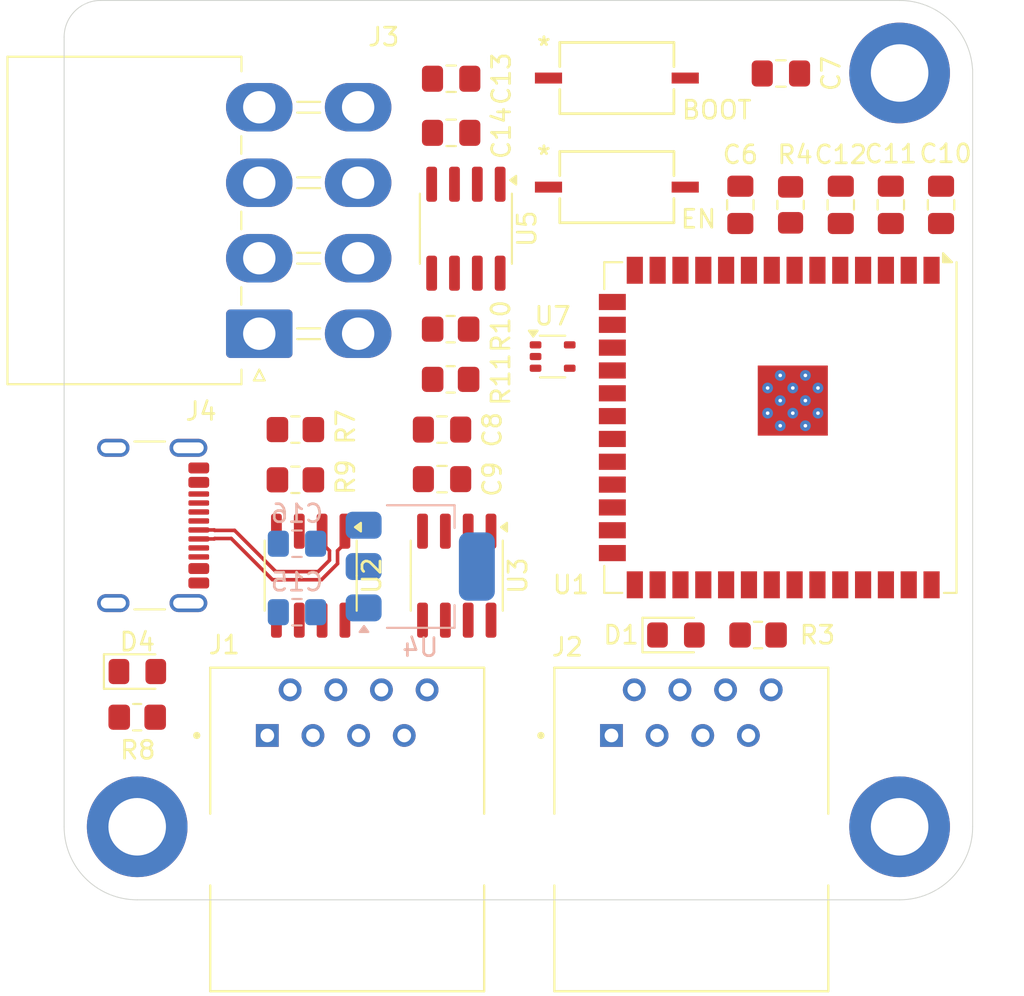
<source format=kicad_pcb>
(kicad_pcb (version 20240108) (generator "pcbnew") (generator_version "8.0")
  (layers (0 "F.Cu" signal) (1 "In1.Cu" signal) (2 "In2.Cu" signal) (31 "B.Cu" signal) (34 "B.Paste" user) (35 "F.Paste" user) (36 "B.SilkS" user "B.Silkscreen") (37 "F.SilkS" user "F.Silkscreen") (38 "B.Mask" user) (39 "F.Mask" user) (44 "Edge.Cuts" user))
  (net 0 "")
  (net 1 "GND")
  (net 2 "+3.3V")
  (net 3 "EN_PB")
  (net 4 "GPIO_0")
  (net 5 "Net-(D1-A)")
  (net 7 "CANL")
  (net 9 "PWM_EN")
  (net 10 "CANH")
  (net 12 "+5V_USB")
  (net 13 "LED_BUILDIN")
  (net 16 "USB_N")
  (net 23 "RXB")
  (net 29 "TXB")
  (net 40 "TXC")
  (net 42 "USB_P")
  (net 43 "RXC")
  (net 48 "CANH_B")
  (net 50 "CANL_B")
  (net 51 "5V_USB")
  (net 52 "Net-(J1-Pad4)")
  (net 53 "Net-(J1-Pad3)")
  (net 56 "Net-(D4-A)")
  (net 57 "Net-(J4-CC2)")
  (net 58 "Net-(J4-CC1)")
  (net 59 "PWM_5V")
  (net 60 "Net-(U7-Vcci)")
  (net 61 "Net-(U7-INPUT)")
  (net 62 "PWM_3V")
  (footprint "RoverFootprint:Molex_Mini-Fit_Jr_5569-08A2_2x04_P4.20mm_Horizontal" (layer "F.Cu") (at 50.226 77.216 90)
    (property "Reference" "J3" (at 16.51 6.924 180) (layer "F.SilkS"))
    (property "Value" "39301080")
    (fp_line (start 15.41 -14.01) (end 6.3 -14.01) (stroke (width 0.12)) (layer "F.SilkS"))
    (fp_line (start -2.81 -14.01) (end 6.3 -14.01) (stroke (width 0.12)) (layer "F.SilkS"))
    (fp_line (start 10.01 -1) (end 10.99 -1) (stroke (width 0.12)) (layer "F.SilkS"))
    (fp_line (start 5.81 -1) (end 6.79 -1) (stroke (width 0.12)) (layer "F.SilkS"))
    (fp_line (start 1.61 -1) (end 2.59 -1) (stroke (width 0.12)) (layer "F.SilkS"))
    (fp_line (start 15.41 -0.99) (end 15.41 -14.01) (stroke (width 0.12)) (layer "F.SilkS"))
    (fp_line (start 14.6 -0.99) (end 15.41 -0.99) (stroke (width 0.12)) (layer "F.SilkS"))
    (fp_line (start -2 -0.99) (end -2.81 -0.99) (stroke (width 0.12)) (layer "F.SilkS"))
    (fp_line (start -2.81 -0.99) (end -2.81 -14.01) (stroke (width 0.12)) (layer "F.SilkS"))
    (fp_line (start -2.6 -0.3) (end -2 0) (stroke (width 0.12)) (layer "F.SilkS"))
    (fp_line (start -2 0) (end -2.6 0.3) (stroke (width 0.12)) (layer "F.SilkS"))
    (fp_line (start -2.6 0.3) (end -2.6 -0.3) (stroke (width 0.12)) (layer "F.SilkS"))
    (fp_line (start 12.9 2.11) (end 12.9 3.39) (stroke (width 0.12)) (layer "F.SilkS"))
    (fp_line (start 12.3 2.11) (end 12.3 3.39) (stroke (width 0.12)) (layer "F.SilkS"))
    (fp_line (start 8.7 2.11) (end 8.7 3.39) (stroke (width 0.12)) (layer "F.SilkS"))
    (fp_line (start 8.1 2.11) (end 8.1 3.39) (stroke (width 0.12)) (layer "F.SilkS"))
    (fp_line (start 4.5 2.11) (end 4.5 3.39) (stroke (width 0.12)) (layer "F.SilkS"))
    (fp_line (start 3.9 2.11) (end 3.9 3.39) (stroke (width 0.12)) (layer "F.SilkS"))
    (fp_line (start 0.3 2.11) (end 0.3 3.39) (stroke (width 0.12)) (layer "F.SilkS"))
    (fp_line (start -0.3 2.11) (end -0.3 3.39) (stroke (width 0.12)) (layer "F.SilkS"))
    (pad "" np_thru_hole circle (at 0 -7.3 90) (size 3 3) (drill 3) (layers "*.Cu" "*.Mask"))
    (pad "" np_thru_hole circle (at 12.6 -7.3 90) (size 3 3) (drill 3) (layers "*.Cu" "*.Mask"))
    (pad "1" thru_hole roundrect (at 0 0 90) (size 2.7 3.7) (drill 1.8) (layers "*.Cu" "*.Mask") (roundrect_rratio 0.092593) (net 48 "CANH_B"))
    (pad "2" thru_hole oval (at 4.2 0 90) (size 2.7 3.7) (drill 1.8) (layers "*.Cu" "*.Mask") (net 50 "CANL_B"))
    (pad "3" thru_hole oval (at 8.4 0 90) (size 2.7 3.7) (drill 1.8) (layers "*.Cu" "*.Mask"))
    (pad "4" thru_hole oval (at 12.6 0 90) (size 2.7 3.7) (drill 1.8) (layers "*.Cu" "*.Mask"))
    (pad "5" thru_hole oval (at 0 5.5 90) (size 2.7 3.7) (drill 1.8) (layers "*.Cu" "*.Mask"))
    (pad "6" thru_hole oval (at 4.2 5.5 90) (size 2.7 3.7) (drill 1.8) (layers "*.Cu" "*.Mask") (net 59 "PWM_5V"))
    (pad "7" thru_hole oval (at 8.4 5.5 90) (size 2.7 3.7) (drill 1.8) (layers "*.Cu" "*.Mask") (net 1 "GND"))
    (pad "8" thru_hole oval (at 12.6 5.5 90) (size 2.7 3.7) (drill 1.8) (layers "*.Cu" "*.Mask") (net 9 "PWM_EN"))
  )
  (footprint "Capacitor_SMD:C_0805_2012Metric_Pad1.18x1.45mm_HandSolder" (layer "F.Cu") (at 60.902 66.04)
    (property "Reference" "C14" (at 2.794 0 90) (layer "F.SilkS"))
    (property "Value" "100nF")
    (fp_line (start -0.261252 -0.735) (end 0.261252 -0.735) (stroke (width 0.12)) (layer "F.SilkS"))
    (fp_line (start -0.261252 0.735) (end 0.261252 0.735) (stroke (width 0.12)) (layer "F.SilkS"))
    (pad "1" smd roundrect (at -1.0375 0) (size 1.175 1.45) (layers "F.Cu" "F.Paste" "F.Mask") (roundrect_rratio 0.212766) (net 2 "+3.3V"))
    (pad "2" smd roundrect (at 1.0375 0) (size 1.175 1.45) (layers "F.Cu" "F.Paste" "F.Mask") (roundrect_rratio 0.212766) (net 1 "GND"))
  )
  (footprint "RoverFootprint:SW_TS09-63-25_CUD" (layer "F.Cu") (at 70.121 62.992)
    (property "Reference" "BOOT" (at 5.558 1.778 0) (layer "F.SilkS"))
    (property "Value" "TS09-63-25-WT-160-SMT-TR")
    (fp_line (start -3.175 -1.9812) (end -3.175 -0.63754) (stroke (width 0.1524)) (layer "F.SilkS"))
    (fp_line (start -3.175 0.63754) (end -3.175 1.9812) (stroke (width 0.1524)) (layer "F.SilkS"))
    (fp_line (start -3.175 1.9812) (end 3.175 1.9812) (stroke (width 0.1524)) (layer "F.SilkS"))
    (fp_line (start 3.175 -1.9812) (end -3.175 -1.9812) (stroke (width 0.1524)) (layer "F.SilkS"))
    (fp_line (start 3.175 -0.63754) (end 3.175 -1.9812) (stroke (width 0.1524)) (layer "F.SilkS"))
    (fp_line (start 3.175 1.9812) (end 3.175 0.63754) (stroke (width 0.1524)) (layer "F.SilkS"))
    (fp_text user "*" (at -4.05765 -1.7526 0) (layer "F.SilkS"))
    (fp_text user "*" (at -4.05765 -1.7526 0) (layer "F.SilkS"))
    (pad "1" smd rect (at -3.80365 0) (size 1.5113 0.6096) (layers "F.Cu" "F.Paste" "F.Mask") (net 1 "GND"))
    (pad "2" smd rect (at 3.80365 0) (size 1.5113 0.6096) (layers "F.Cu" "F.Paste" "F.Mask") (net 4 "GPIO_0"))
  )
  (footprint "Capacitor_SMD:C_0805_2012Metric_Pad1.18x1.45mm_HandSolder" (layer "F.Cu") (at 60.394 85.306)
    (property "Reference" "C9" (at 2.794 0 90) (layer "F.SilkS"))
    (property "Value" "100nF")
    (fp_line (start -0.261252 -0.735) (end 0.261252 -0.735) (stroke (width 0.12)) (layer "F.SilkS"))
    (fp_line (start -0.261252 0.735) (end 0.261252 0.735) (stroke (width 0.12)) (layer "F.SilkS"))
    (pad "1" smd roundrect (at -1.0375 0) (size 1.175 1.45) (layers "F.Cu" "F.Paste" "F.Mask") (roundrect_rratio 0.212766) (net 2 "+3.3V"))
    (pad "2" smd roundrect (at 1.0375 0) (size 1.175 1.45) (layers "F.Cu" "F.Paste" "F.Mask") (roundrect_rratio 0.212766) (net 1 "GND"))
  )
  (footprint "Resistor_SMD:R_0805_2012Metric_Pad1.20x1.40mm_HandSolder" (layer "F.Cu") (at 79.786 70.046 90)
    (property "Reference" "R4" (at 2.794 0.254 360) (layer "F.SilkS"))
    (property "Value" "10k")
    (fp_line (start -0.227064 -0.735) (end 0.227064 -0.735) (stroke (width 0.12)) (layer "F.SilkS"))
    (fp_line (start -0.227064 0.735) (end 0.227064 0.735) (stroke (width 0.12)) (layer "F.SilkS"))
    (pad "1" smd roundrect (at -1 0 90) (size 1.2 1.4) (layers "F.Cu" "F.Paste" "F.Mask") (roundrect_rratio 0.208333) (net 2 "+3.3V"))
    (pad "2" smd roundrect (at 1 0 90) (size 1.2 1.4) (layers "F.Cu" "F.Paste" "F.Mask") (roundrect_rratio 0.208333) (net 3 "EN_PB"))
  )
  (footprint "Resistor_SMD:R_0805_2012Metric_Pad1.20x1.40mm_HandSolder" (layer "F.Cu") (at 52.236 82.55)
    (property "Reference" "R7" (at 2.794 -0.156 90) (layer "F.SilkS"))
    (property "Value" "5k1")
    (fp_line (start -0.227064 -0.735) (end 0.227064 -0.735) (stroke (width 0.12)) (layer "F.SilkS"))
    (fp_line (start -0.227064 0.735) (end 0.227064 0.735) (stroke (width 0.12)) (layer "F.SilkS"))
    (pad "1" smd roundrect (at -1 0) (size 1.2 1.4) (layers "F.Cu" "F.Paste" "F.Mask") (roundrect_rratio 0.208333) (net 58 "Net-(J4-CC1)"))
    (pad "2" smd roundrect (at 1 0) (size 1.2 1.4) (layers "F.Cu" "F.Paste" "F.Mask") (roundrect_rratio 0.208333) (net 1 "GND"))
  )
  (footprint "RoverFootprint:SW_TS09-63-25_CUD" (layer "F.Cu") (at 70.121 69.06)
    (property "Reference" "EN" (at 4.542 1.778 0) (layer "F.SilkS"))
    (property "Value" "TS09-63-25-WT-160-SMT-TR")
    (fp_line (start -3.175 -1.9812) (end -3.175 -0.63754) (stroke (width 0.1524)) (layer "F.SilkS"))
    (fp_line (start -3.175 0.63754) (end -3.175 1.9812) (stroke (width 0.1524)) (layer "F.SilkS"))
    (fp_line (start -3.175 1.9812) (end 3.175 1.9812) (stroke (width 0.1524)) (layer "F.SilkS"))
    (fp_line (start 3.175 -1.9812) (end -3.175 -1.9812) (stroke (width 0.1524)) (layer "F.SilkS"))
    (fp_line (start 3.175 -0.63754) (end 3.175 -1.9812) (stroke (width 0.1524)) (layer "F.SilkS"))
    (fp_line (start 3.175 1.9812) (end 3.175 0.63754) (stroke (width 0.1524)) (layer "F.SilkS"))
    (fp_text user "*" (at -4.05765 -1.7526 0) (layer "F.SilkS"))
    (fp_text user "*" (at -4.05765 -1.7526 0) (layer "F.SilkS"))
    (pad "1" smd rect (at -3.80365 0) (size 1.5113 0.6096) (layers "F.Cu" "F.Paste" "F.Mask") (net 1 "GND"))
    (pad "2" smd rect (at 3.80365 0) (size 1.5113 0.6096) (layers "F.Cu" "F.Paste" "F.Mask") (net 3 "EN_PB"))
  )
  (footprint "Capacitor_SMD:C_0805_2012Metric_Pad1.18x1.45mm_HandSolder" (layer "F.Cu") (at 79.248 62.738)
    (property "Reference" "C7" (at 2.794 0 -90) (layer "F.SilkS"))
    (property "Value" "100nF")
    (fp_line (start -0.261252 -0.735) (end 0.261252 -0.735) (stroke (width 0.12)) (layer "F.SilkS"))
    (fp_line (start -0.261252 0.735) (end 0.261252 0.735) (stroke (width 0.12)) (layer "F.SilkS"))
    (pad "1" smd roundrect (at -1.0375 0) (size 1.175 1.45) (layers "F.Cu" "F.Paste" "F.Mask") (roundrect_rratio 0.212766) (net 1 "GND"))
    (pad "2" smd roundrect (at 1.0375 0) (size 1.175 1.45) (layers "F.Cu" "F.Paste" "F.Mask") (roundrect_rratio 0.212766) (net 4 "GPIO_0"))
  )
  (footprint "RF_Module:ESP32-S3-WROOM-1U" (layer "F.Cu") (at 79.22 82.436 -90)
    (property "Reference" "U1" (at 8.75 11.656 0) (layer "F.SilkS"))
    (property "Value" "ESP32-S3-WROOM-1")
    (fp_line (start -9.2 9.8) (end -7.7 9.8) (stroke (width 0.12)) (layer "F.SilkS"))
    (fp_line (start 9.2 9.8) (end 7.7 9.8) (stroke (width 0.12)) (layer "F.SilkS"))
    (fp_line (start 9.2 9.8) (end 9.2 8.8) (stroke (width 0.12)) (layer "F.SilkS"))
    (fp_line (start -9.2 8.8) (end -9.2 9.8) (stroke (width 0.12)) (layer "F.SilkS"))
    (fp_line (start -9.2 -9.8) (end 9.2 -9.8) (stroke (width 0.12)) (layer "F.SilkS"))
    (fp_line (start 9.2 -9.8) (end 9.2 -9.1) (stroke (width 0.12)) (layer "F.SilkS"))
    (fp_poly (pts (xy -9.2 -9.05) (xy -9.7 -9.05) (xy -9.2 -9.55) (xy -9.2 -9.05)) (stroke (width 0.12)) (fill solid) (layer "F.SilkS"))
    (pad "1" smd rect (at -8.75 -8.41 270) (size 1.5 0.9) (layers "F.Cu" "F.Paste" "F.Mask") (net 1 "GND"))
    (pad "2" smd rect (at -8.75 -7.14 270) (size 1.5 0.9) (layers "F.Cu" "F.Paste" "F.Mask") (net 2 "+3.3V"))
    (pad "3" smd rect (at -8.75 -5.87 270) (size 1.5 0.9) (layers "F.Cu" "F.Paste" "F.Mask") (net 3 "EN_PB"))
    (pad "4" smd rect (at -8.75 -4.6 270) (size 1.5 0.9) (layers "F.Cu" "F.Paste" "F.Mask"))
    (pad "5" smd rect (at -8.75 -3.33 270) (size 1.5 0.9) (layers "F.Cu" "F.Paste" "F.Mask") (net 13 "LED_BUILDIN"))
    (pad "6" smd rect (at -8.75 -2.06 270) (size 1.5 0.9) (layers "F.Cu" "F.Paste" "F.Mask"))
    (pad "7" smd rect (at -8.75 -0.79 270) (size 1.5 0.9) (layers "F.Cu" "F.Paste" "F.Mask"))
    (pad "8" smd rect (at -8.75 0.48 270) (size 1.5 0.9) (layers "F.Cu" "F.Paste" "F.Mask"))
    (pad "9" smd rect (at -8.75 1.75 270) (size 1.5 0.9) (layers "F.Cu" "F.Paste" "F.Mask"))
    (pad "10" smd rect (at -8.75 3.02 270) (size 1.5 0.9) (layers "F.Cu" "F.Paste" "F.Mask"))
    (pad "11" smd rect (at -8.75 4.29 270) (size 1.5 0.9) (layers "F.Cu" "F.Paste" "F.Mask"))
    (pad "12" smd rect (at -8.75 5.56 270) (size 1.5 0.9) (layers "F.Cu" "F.Paste" "F.Mask"))
    (pad "13" smd rect (at -8.75 6.83 270) (size 1.5 0.9) (layers "F.Cu" "F.Paste" "F.Mask") (net 16 "USB_N"))
    (pad "14" smd rect (at -8.75 8.1 90) (size 1.5 0.9) (layers "F.Cu" "F.Paste" "F.Mask") (net 42 "USB_P"))
    (pad "15" smd rect (at -6.985 9.35 180) (size 1.5 0.9) (layers "F.Cu" "F.Paste" "F.Mask"))
    (pad "16" smd rect (at -5.715 9.35 180) (size 1.5 0.9) (layers "F.Cu" "F.Paste" "F.Mask"))
    (pad "17" smd rect (at -4.445 9.35 180) (size 1.5 0.9) (layers "F.Cu" "F.Paste" "F.Mask"))
    (pad "18" smd rect (at -3.175 9.35 180) (size 1.5 0.9) (layers "F.Cu" "F.Paste" "F.Mask"))
    (pad "19" smd rect (at -1.905 9.35 180) (size 1.5 0.9) (layers "F.Cu" "F.Paste" "F.Mask"))
    (pad "20" smd rect (at -0.635 9.35 180) (size 1.5 0.9) (layers "F.Cu" "F.Paste" "F.Mask"))
    (pad "21" smd rect (at 0.635 9.35 180) (size 1.5 0.9) (layers "F.Cu" "F.Paste" "F.Mask"))
    (pad "22" smd rect (at 1.905 9.35 180) (size 1.5 0.9) (layers "F.Cu" "F.Paste" "F.Mask"))
    (pad "23" smd rect (at 3.175 9.35 180) (size 1.5 0.9) (layers "F.Cu" "F.Paste" "F.Mask"))
    (pad "24" smd rect (at 4.445 9.35 180) (size 1.5 0.9) (layers "F.Cu" "F.Paste" "F.Mask") (net 43 "RXC"))
    (pad "25" smd rect (at 5.715 9.35 180) (size 1.5 0.9) (layers "F.Cu" "F.Paste" "F.Mask") (net 40 "TXC"))
    (pad "26" smd rect (at 6.985 9.35 180) (size 1.5 0.9) (layers "F.Cu" "F.Paste" "F.Mask"))
    (pad "27" smd rect (at 8.75 8.1 270) (size 1.5 0.9) (layers "F.Cu" "F.Paste" "F.Mask") (net 4 "GPIO_0"))
    (pad "28" smd rect (at 8.75 6.83 270) (size 1.5 0.9) (layers "F.Cu" "F.Paste" "F.Mask"))
    (pad "29" smd rect (at 8.75 5.56 270) (size 1.5 0.9) (layers "F.Cu" "F.Paste" "F.Mask"))
    (pad "30" smd rect (at 8.75 4.29 270) (size 1.5 0.9) (layers "F.Cu" "F.Paste" "F.Mask"))
    (pad "31" smd rect (at 8.75 3.02 270) (size 1.5 0.9) (layers "F.Cu" "F.Paste" "F.Mask"))
    (pad "32" smd rect (at 8.75 1.75 270) (size 1.5 0.9) (layers "F.Cu" "F.Paste" "F.Mask"))
    (pad "33" smd rect (at 8.75 0.48 270) (size 1.5 0.9) (layers "F.Cu" "F.Paste" "F.Mask") (net 62 "PWM_3V"))
    (pad "34" smd rect (at 8.75 -0.79 270) (size 1.5 0.9) (layers "F.Cu" "F.Paste" "F.Mask") (net 9 "PWM_EN"))
    (pad "35" smd rect (at 8.75 -2.06 270) (size 1.5 0.9) (layers "F.Cu" "F.Paste" "F.Mask"))
    (pad "36" smd rect (at 8.75 -3.33 270) (size 1.5 0.9) (layers "F.Cu" "F.Paste" "F.Mask") (net 23 "RXB"))
    (pad "37" smd rect (at 8.75 -4.6 270) (size 1.5 0.9) (layers "F.Cu" "F.Paste" "F.Mask") (net 29 "TXB"))
    (pad "38" smd rect (at 8.75 -5.87 270) (size 1.5 0.9) (layers "F.Cu" "F.Paste" "F.Mask"))
    (pad "39" smd rect (at 8.75 -7.14 270) (size 1.5 0.9) (layers "F.Cu" "F.Paste" "F.Mask"))
    (pad "40" smd rect (at 8.75 -8.41 270) (size 1.5 0.9) (layers "F.Cu" "F.Paste" "F.Mask") (net 1 "GND"))
    (pad "41" thru_hole circle (at -2.9 -1.39 270) (size 0.6 0.6) (drill 0.2) (property pad_prop_heatsink) (layers "*.Cu" "F.Mask") (net 1 "GND"))
    (pad "41" thru_hole circle (at -2.9 0.01 270) (size 0.6 0.6) (drill 0.2) (property pad_prop_heatsink) (layers "*.Cu" "F.Mask") (net 1 "GND"))
    (pad "41" thru_hole circle (at -2.2 -2.09 270) (size 0.6 0.6) (drill 0.2) (property pad_prop_heatsink) (layers "*.Cu" "F.Mask") (net 1 "GND"))
    (pad "41" thru_hole circle (at -2.2 -0.69 270) (size 0.6 0.6) (drill 0.2) (property pad_prop_heatsink) (layers "*.Cu" "F.Mask") (net 1 "GND"))
    (pad "41" thru_hole circle (at -2.2 0.71 270) (size 0.6 0.6) (drill 0.2) (property pad_prop_heatsink) (layers "*.Cu" "F.Mask") (net 1 "GND"))
    (pad "41" thru_hole circle (at -1.5 -1.39 270) (size 0.6 0.6) (drill 0.2) (property pad_prop_heatsink) (layers "*.Cu" "F.Mask") (net 1 "GND"))
    (pad "41" smd rect (at -1.5 -0.69 270) (size 3.9 3.9) (layers "F.Cu" "F.Mask") (net 1 "GND"))
    (pad "41" thru_hole circle (at -1.5 0.01 270) (size 0.6 0.6) (drill 0.2) (property pad_prop_heatsink) (layers "*.Cu" "F.Mask") (net 1 "GND"))
    (pad "41" thru_hole circle (at -0.8 -2.09 270) (size 0.6 0.6) (drill 0.2) (property pad_prop_heatsink) (layers "*.Cu" "F.Mask") (net 1 "GND"))
    (pad "41" thru_hole circle (at -0.8 -0.69) (size 0.6 0.6) (drill 0.2) (property pad_prop_heatsink) (layers "*.Cu" "F.Mask") (net 1 "GND"))
    (pad "41" thru_hole circle (at -0.8 0.71 270) (size 0.6 0.6) (drill 0.2) (property pad_prop_heatsink) (layers "*.Cu" "F.Mask") (net 1 "GND"))
    (pad "41" thru_hole circle (at -0.1 -1.39 270) (size 0.6 0.6) (drill 0.2) (property pad_prop_heatsink) (layers "*.Cu" "F.Mask") (net 1 "GND"))
    (pad "41" thru_hole circle (at -0.1 0.01 270) (size 0.6 0.6) (drill 0.2) (property pad_prop_heatsink) (layers "*.Cu" "F.Mask") (net 1 "GND"))
  )
  (footprint "LED_SMD:LED_0805_2012Metric_Pad1.15x1.40mm_HandSolder" (layer "F.Cu") (at 43.443 96.012)
    (property "Reference" "D4" (at 0 -1.65 0) (layer "F.SilkS"))
    (property "Value" "G")
    (fp_line (start -1.86 -0.96) (end -1.86 0.96) (stroke (width 0.12)) (layer "F.SilkS"))
    (fp_line (start -1.86 0.96) (end 1 0.96) (stroke (width 0.12)) (layer "F.SilkS"))
    (fp_line (start 1 -0.96) (end -1.86 -0.96) (stroke (width 0.12)) (layer "F.SilkS"))
    (pad "1" smd roundrect (at -1.025 0) (size 1.15 1.4) (layers "F.Cu" "F.Paste" "F.Mask") (roundrect_rratio 0.217391) (net 1 "GND"))
    (pad "2" smd roundrect (at 1.025 0) (size 1.15 1.4) (layers "F.Cu" "F.Paste" "F.Mask") (roundrect_rratio 0.217391) (net 56 "Net-(D4-A)"))
  )
  (footprint "LED_SMD:LED_0805_2012Metric_Pad1.15x1.40mm_HandSolder" (layer "F.Cu") (at 73.406 93.98)
    (property "Reference" "D1" (at -3.048 0 360) (layer "F.SilkS"))
    (property "Value" "R")
    (fp_line (start -1.86 -0.96) (end -1.86 0.96) (stroke (width 0.12)) (layer "F.SilkS"))
    (fp_line (start -1.86 0.96) (end 1 0.96) (stroke (width 0.12)) (layer "F.SilkS"))
    (fp_line (start 1 -0.96) (end -1.86 -0.96) (stroke (width 0.12)) (layer "F.SilkS"))
    (pad "1" smd roundrect (at -1.025 0) (size 1.15 1.4) (layers "F.Cu" "F.Paste" "F.Mask") (roundrect_rratio 0.217391) (net 1 "GND"))
    (pad "2" smd roundrect (at 1.025 0) (size 1.15 1.4) (layers "F.Cu" "F.Paste" "F.Mask") (roundrect_rratio 0.217391) (net 5 "Net-(D1-A)"))
  )
  (footprint "Capacitor_SMD:C_0805_2012Metric_Pad1.18x1.45mm_HandSolder" (layer "F.Cu") (at 82.58 70.046 90)
    (property "Reference" "C12" (at 2.794 0 360) (layer "F.SilkS"))
    (property "Value" "1uF")
    (fp_line (start -0.261252 -0.735) (end 0.261252 -0.735) (stroke (width 0.12)) (layer "F.SilkS"))
    (fp_line (start -0.261252 0.735) (end 0.261252 0.735) (stroke (width 0.12)) (layer "F.SilkS"))
    (pad "1" smd roundrect (at -1.0375 0 90) (size 1.175 1.45) (layers "F.Cu" "F.Paste" "F.Mask") (roundrect_rratio 0.212766) (net 3 "EN_PB"))
    (pad "2" smd roundrect (at 1.0375 0 90) (size 1.175 1.45) (layers "F.Cu" "F.Paste" "F.Mask") (roundrect_rratio 0.212766) (net 1 "GND"))
  )
  (footprint "Capacitor_SMD:C_0805_2012Metric_Pad1.18x1.45mm_HandSolder" (layer "F.Cu") (at 85.364 70.046 90)
    (property "Reference" "C11" (at 2.83 0 360) (layer "F.SilkS"))
    (property "Value" "100nF")
    (fp_line (start -0.261252 -0.735) (end 0.261252 -0.735) (stroke (width 0.12)) (layer "F.SilkS"))
    (fp_line (start -0.261252 0.735) (end 0.261252 0.735) (stroke (width 0.12)) (layer "F.SilkS"))
    (pad "1" smd roundrect (at -1.0375 0 90) (size 1.175 1.45) (layers "F.Cu" "F.Paste" "F.Mask") (roundrect_rratio 0.212766) (net 2 "+3.3V"))
    (pad "2" smd roundrect (at 1.0375 0 90) (size 1.175 1.45) (layers "F.Cu" "F.Paste" "F.Mask") (roundrect_rratio 0.212766) (net 1 "GND"))
  )
  (footprint "MountingHole:MountingHole_3.2mm_M3_DIN965_Pad_TopBottom" (layer "F.Cu") (at 85.852 104.648)
    (property "Reference" "H1" (hide yes))
    (property "Value" "MountingHole_Pad")
    (pad "1" thru_hole circle (at 0 0) (size 3.6 3.6) (drill 3.2) (layers "*.Cu" "*.Mask") (net 1 "GND"))
    (pad "1" connect circle (at 0 0) (size 5.6 5.6) (layers "F.Cu" "F.Mask") (net 1 "GND"))
    (pad "1" connect circle (at 0 0) (size 5.6 5.6) (layers "B.Cu" "B.Mask") (net 1 "GND"))
  )
  (footprint "Capacitor_SMD:C_0805_2012Metric_Pad1.18x1.45mm_HandSolder" (layer "F.Cu") (at 60.902 63.03)
    (property "Reference" "C13" (at 2.794 0 90) (layer "F.SilkS"))
    (property "Value" "10uF")
    (fp_line (start -0.261252 -0.735) (end 0.261252 -0.735) (stroke (width 0.12)) (layer "F.SilkS"))
    (fp_line (start -0.261252 0.735) (end 0.261252 0.735) (stroke (width 0.12)) (layer "F.SilkS"))
    (pad "1" smd roundrect (at -1.0375 0) (size 1.175 1.45) (layers "F.Cu" "F.Paste" "F.Mask") (roundrect_rratio 0.212766) (net 2 "+3.3V"))
    (pad "2" smd roundrect (at 1.0375 0) (size 1.175 1.45) (layers "F.Cu" "F.Paste" "F.Mask") (roundrect_rratio 0.212766) (net 1 "GND"))
  )
  (footprint "Capacitor_SMD:C_0805_2012Metric_Pad1.18x1.45mm_HandSolder" (layer "F.Cu") (at 88.158 70.046 90)
    (property "Reference" "C10" (at 2.8515 0.254 360) (layer "F.SilkS"))
    (property "Value" "22uF")
    (fp_line (start -0.261252 -0.735) (end 0.261252 -0.735) (stroke (width 0.12)) (layer "F.SilkS"))
    (fp_line (start -0.261252 0.735) (end 0.261252 0.735) (stroke (width 0.12)) (layer "F.SilkS"))
    (pad "1" smd roundrect (at -1.0375 0 90) (size 1.175 1.45) (layers "F.Cu" "F.Paste" "F.Mask") (roundrect_rratio 0.212766) (net 2 "+3.3V"))
    (pad "2" smd roundrect (at 1.0375 0 90) (size 1.175 1.45) (layers "F.Cu" "F.Paste" "F.Mask") (roundrect_rratio 0.212766) (net 1 "GND"))
  )
  (footprint "Resistor_SMD:R_0805_2012Metric_Pad1.20x1.40mm_HandSolder" (layer "F.Cu") (at 43.434 98.552)
    (property "Reference" "R8" (at 0.036 1.831 0) (layer "F.SilkS"))
    (property "Value" "1k")
    (fp_line (start -0.227064 -0.735) (end 0.227064 -0.735) (stroke (width 0.12)) (layer "F.SilkS"))
    (fp_line (start -0.227064 0.735) (end 0.227064 0.735) (stroke (width 0.12)) (layer "F.SilkS"))
    (pad "1" smd roundrect (at -1 0) (size 1.2 1.4) (layers "F.Cu" "F.Paste" "F.Mask") (roundrect_rratio 0.208333) (net 56 "Net-(D4-A)"))
    (pad "2" smd roundrect (at 1 0) (size 1.2 1.4) (layers "F.Cu" "F.Paste" "F.Mask") (roundrect_rratio 0.208333) (net 2 "+3.3V"))
  )
  (footprint "Package_SO:SOIC-8_3.9x4.9mm_P1.27mm" (layer "F.Cu") (at 53.086 90.678 -90)
    (property "Reference" "U2" (at 0 -3.4 90) (layer "F.SilkS"))
    (property "Value" "TVS")
    (fp_line (start 0 2.56) (end -1.95 2.56) (stroke (width 0.12)) (layer "F.SilkS"))
    (fp_line (start 0 2.56) (end 1.95 2.56) (stroke (width 0.12)) (layer "F.SilkS"))
    (fp_line (start 0 -2.56) (end -1.95 -2.56) (stroke (width 0.12)) (layer "F.SilkS"))
    (fp_line (start 0 -2.56) (end 1.95 -2.56) (stroke (width 0.12)) (layer "F.SilkS"))
    (fp_poly (pts (xy -2.7 -2.465) (xy -2.94 -2.795) (xy -2.46 -2.795) (xy -2.7 -2.465)) (stroke (width 0.12)) (fill solid) (layer "F.SilkS"))
    (pad "1" smd roundrect (at -2.475 -1.905 270) (size 1.95 0.6) (layers "F.Cu" "F.Paste" "F.Mask") (net 42 "USB_P"))
    (pad "2" smd roundrect (at -2.475 -0.635 270) (size 1.95 0.6) (layers "F.Cu" "F.Paste" "F.Mask") (net 16 "USB_N"))
    (pad "3" smd roundrect (at -2.475 0.635 270) (size 1.95 0.6) (layers "F.Cu" "F.Paste" "F.Mask") (net 12 "+5V_USB"))
    (pad "4" smd roundrect (at -2.475 1.905 270) (size 1.95 0.6) (layers "F.Cu" "F.Paste" "F.Mask"))
    (pad "5" smd roundrect (at 2.475 1.905 270) (size 1.95 0.6) (layers "F.Cu" "F.Paste" "F.Mask") (net 1 "GND"))
    (pad "6" smd roundrect (at 2.475 0.635 270) (size 1.95 0.6) (layers "F.Cu" "F.Paste" "F.Mask") (net 1 "GND"))
    (pad "7" smd roundrect (at 2.475 -0.635 270) (size 1.95 0.6) (layers "F.Cu" "F.Paste" "F.Mask") (net 1 "GND"))
    (pad "8" smd roundrect (at 2.475 -1.905 270) (size 1.95 0.6) (layers "F.Cu" "F.Paste" "F.Mask") (net 1 "GND"))
  )
  (footprint "Resistor_SMD:R_0805_2012Metric_Pad1.20x1.40mm_HandSolder" (layer "F.Cu") (at 52.236 85.344)
    (property "Reference" "R9" (at 2.794 -0.156 90) (layer "F.SilkS"))
    (property "Value" "5k1")
    (fp_line (start -0.227064 -0.735) (end 0.227064 -0.735) (stroke (width 0.12)) (layer "F.SilkS"))
    (fp_line (start -0.227064 0.735) (end 0.227064 0.735) (stroke (width 0.12)) (layer "F.SilkS"))
    (pad "1" smd roundrect (at -1 0) (size 1.2 1.4) (layers "F.Cu" "F.Paste" "F.Mask") (roundrect_rratio 0.208333) (net 57 "Net-(J4-CC2)"))
    (pad "2" smd roundrect (at 1 0) (size 1.2 1.4) (layers "F.Cu" "F.Paste" "F.Mask") (roundrect_rratio 0.208333) (net 1 "GND"))
  )
  (footprint "Package_SO:SOIC-8_3.9x4.9mm_P1.27mm" (layer "F.Cu") (at 61.214 90.678 -90)
    (property "Reference" "U3" (at 0 -3.4 90) (layer "F.SilkS"))
    (property "Value" "SN65HVD232Q")
    (fp_line (start 0 2.56) (end -1.95 2.56) (stroke (width 0.12)) (layer "F.SilkS"))
    (fp_line (start 0 2.56) (end 1.95 2.56) (stroke (width 0.12)) (layer "F.SilkS"))
    (fp_line (start 0 -2.56) (end -1.95 -2.56) (stroke (width 0.12)) (layer "F.SilkS"))
    (fp_line (start 0 -2.56) (end 1.95 -2.56) (stroke (width 0.12)) (layer "F.SilkS"))
    (fp_poly (pts (xy -2.7 -2.465) (xy -2.94 -2.795) (xy -2.46 -2.795) (xy -2.7 -2.465)) (stroke (width 0.12)) (fill solid) (layer "F.SilkS"))
    (pad "1" smd roundrect (at -2.475 -1.905 270) (size 1.95 0.6) (layers "F.Cu" "F.Paste" "F.Mask") (net 40 "TXC"))
    (pad "2" smd roundrect (at -2.475 -0.635 270) (size 1.95 0.6) (layers "F.Cu" "F.Paste" "F.Mask") (net 1 "GND"))
    (pad "3" smd roundrect (at -2.475 0.635 270) (size 1.95 0.6) (layers "F.Cu" "F.Paste" "F.Mask") (net 2 "+3.3V"))
    (pad "4" smd roundrect (at -2.475 1.905 270) (size 1.95 0.6) (layers "F.Cu" "F.Paste" "F.Mask") (net 43 "RXC"))
    (pad "5" smd roundrect (at 2.475 1.905 270) (size 1.95 0.6) (layers "F.Cu" "F.Paste" "F.Mask"))
    (pad "6" smd roundrect (at 2.475 0.635 270) (size 1.95 0.6) (layers "F.Cu" "F.Paste" "F.Mask") (net 7 "CANL"))
    (pad "7" smd roundrect (at 2.475 -0.635 270) (size 1.95 0.6) (layers "F.Cu" "F.Paste" "F.Mask") (net 10 "CANH"))
    (pad "8" smd roundrect (at 2.475 -1.905 270) (size 1.95 0.6) (layers "F.Cu" "F.Paste" "F.Mask") (net 1 "GND"))
  )
  (footprint "MountingHole:MountingHole_3.2mm_M3_DIN965_Pad_TopBottom" (layer "F.Cu") (at 85.852 62.71)
    (property "Reference" "H4" (hide yes))
    (property "Value" "MountingHole_Pad")
    (pad "1" thru_hole circle (at 0 0) (size 3.6 3.6) (drill 3.2) (layers "*.Cu" "*.Mask") (net 1 "GND"))
    (pad "1" connect circle (at 0 0) (size 5.6 5.6) (layers "F.Cu" "F.Mask") (net 1 "GND"))
    (pad "1" connect circle (at 0 0) (size 5.6 5.6) (layers "B.Cu" "B.Mask") (net 1 "GND"))
  )
  (footprint "MountingHole:MountingHole_3.2mm_M3_DIN965_Pad_TopBottom" (layer "F.Cu") (at 43.434 104.648)
    (property "Reference" "H2" (hide yes))
    (property "Value" "MountingHole_Pad")
    (pad "1" thru_hole circle (at 0 0) (size 3.6 3.6) (drill 3.2) (layers "*.Cu" "*.Mask") (net 1 "GND"))
    (pad "1" connect circle (at 0 0) (size 5.6 5.6) (layers "F.Cu" "F.Mask") (net 1 "GND"))
    (pad "1" connect circle (at 0 0) (size 5.6 5.6) (layers "B.Cu" "B.Mask") (net 1 "GND"))
  )
  (footprint "Package_TO_SOT_SMD:SOT-353_SC-70-5" (layer "F.Cu") (at 66.548 78.486)
    (property "Reference" "U7" (at 0 -2.25 0) (layer "F.SilkS"))
    (property "Value" "AXP1T34")
    (fp_line (start -0.71 -1.16) (end 0.7 -1.16) (stroke (width 0.12)) (layer "F.SilkS"))
    (fp_line (start -0.7 1.16) (end 0.7 1.16) (stroke (width 0.12)) (layer "F.SilkS"))
    (fp_poly (pts (xy -1.08 -1.11) (xy -1.32 -1.44) (xy -0.84 -1.44) (xy -1.08 -1.11)) (stroke (width 0.12)) (fill solid) (layer "F.SilkS"))
    (pad "1" smd roundrect (at -0.95 -0.65) (size 0.65 0.4) (layers "F.Cu" "F.Paste" "F.Mask") (net 60 "Net-(U7-Vcci)"))
    (pad "2" smd roundrect (at -0.95 0) (size 0.65 0.4) (layers "F.Cu" "F.Paste" "F.Mask") (net 61 "Net-(U7-INPUT)"))
    (pad "3" smd roundrect (at -0.95 0.65) (size 0.65 0.4) (layers "F.Cu" "F.Paste" "F.Mask") (net 1 "GND"))
    (pad "4" smd roundrect (at 0.95 0.65) (size 0.65 0.4) (layers "F.Cu" "F.Paste" "F.Mask") (net 62 "PWM_3V"))
    (pad "5" smd roundrect (at 0.95 -0.65) (size 0.65 0.4) (layers "F.Cu" "F.Paste" "F.Mask") (net 2 "+3.3V"))
  )
  (footprint "Package_SO:SOIC-8_3.9x4.9mm_P1.27mm" (layer "F.Cu") (at 61.722 71.374 -90)
    (property "Reference" "U5" (at 0 -3.4 90) (layer "F.SilkS"))
    (property "Value" "SN65HVD232Q")
    (fp_line (start 0 2.56) (end -1.95 2.56) (stroke (width 0.12)) (layer "F.SilkS"))
    (fp_line (start 0 2.56) (end 1.95 2.56) (stroke (width 0.12)) (layer "F.SilkS"))
    (fp_line (start 0 -2.56) (end -1.95 -2.56) (stroke (width 0.12)) (layer "F.SilkS"))
    (fp_line (start 0 -2.56) (end 1.95 -2.56) (stroke (width 0.12)) (layer "F.SilkS"))
    (fp_poly (pts (xy -2.7 -2.465) (xy -2.94 -2.795) (xy -2.46 -2.795) (xy -2.7 -2.465)) (stroke (width 0.12)) (fill solid) (layer "F.SilkS"))
    (pad "1" smd roundrect (at -2.475 -1.905 270) (size 1.95 0.6) (layers "F.Cu" "F.Paste" "F.Mask") (net 29 "TXB"))
    (pad "2" smd roundrect (at -2.475 -0.635 270) (size 1.95 0.6) (layers "F.Cu" "F.Paste" "F.Mask") (net 1 "GND"))
    (pad "3" smd roundrect (at -2.475 0.635 270) (size 1.95 0.6) (layers "F.Cu" "F.Paste" "F.Mask") (net 2 "+3.3V"))
    (pad "4" smd roundrect (at -2.475 1.905 270) (size 1.95 0.6) (layers "F.Cu" "F.Paste" "F.Mask") (net 23 "RXB"))
    (pad "5" smd roundrect (at 2.475 1.905 270) (size 1.95 0.6) (layers "F.Cu" "F.Paste" "F.Mask"))
    (pad "6" smd roundrect (at 2.475 0.635 270) (size 1.95 0.6) (layers "F.Cu" "F.Paste" "F.Mask") (net 50 "CANL_B"))
    (pad "7" smd roundrect (at 2.475 -0.635 270) (size 1.95 0.6) (layers "F.Cu" "F.Paste" "F.Mask") (net 48 "CANH_B"))
    (pad "8" smd roundrect (at 2.475 -1.905 270) (size 1.95 0.6) (layers "F.Cu" "F.Paste" "F.Mask") (net 1 "GND"))
  )
  (footprint "Connector_USB:USB_C_Receptacle_GCT_USB4105-xx-A_16P_TopMnt_Horizontal" (layer "F.Cu") (at 43.18 87.884 -90)
    (property "Reference" "J4" (at -6.35 -3.81 0) (layer "F.SilkS"))
    (property "Value" "USB_C_USB4105-GF-A")
    (fp_line (start -4.67 -0.1) (end -4.67 -1.8) (stroke (width 0.12)) (layer "F.SilkS"))
    (fp_line (start 4.67 -0.1) (end 4.67 -1.8) (stroke (width 0.12)) (layer "F.SilkS"))
    (pad "" np_thru_hole circle (at -2.89 -2.605 270) (size 0.65 0.65) (drill 0.65) (layers "F&B.Cu" "*.Mask"))
    (pad "" np_thru_hole circle (at 2.89 -2.605 270) (size 0.65 0.65) (drill 0.65) (layers "F&B.Cu" "*.Mask"))
    (pad "A1" smd roundrect (at -3.2 -3.68 270) (size 0.6 1.15) (layers "F.Cu" "F.Paste" "F.Mask") (net 1 "GND"))
    (pad "A4" smd roundrect (at -2.4 -3.68 270) (size 0.6 1.15) (layers "F.Cu" "F.Paste" "F.Mask") (net 12 "+5V_USB"))
    (pad "A5" smd roundrect (at -1.25 -3.68 270) (size 0.3 1.15) (layers "F.Cu" "F.Paste" "F.Mask") (net 58 "Net-(J4-CC1)"))
    (pad "A6" smd roundrect (at -0.25 -3.68 270) (size 0.3 1.15) (layers "F.Cu" "F.Paste" "F.Mask") (net 42 "USB_P"))
    (pad "A7" smd roundrect (at 0.25 -3.68 270) (size 0.3 1.15) (layers "F.Cu" "F.Paste" "F.Mask") (net 16 "USB_N"))
    (pad "A8" smd roundrect (at 1.25 -3.68 270) (size 0.3 1.15) (layers "F.Cu" "F.Paste" "F.Mask"))
    (pad "A9" smd roundrect (at 2.4 -3.68 270) (size 0.6 1.15) (layers "F.Cu" "F.Paste" "F.Mask") (net 12 "+5V_USB"))
    (pad "A12" smd roundrect (at 3.2 -3.68 270) (size 0.6 1.15) (layers "F.Cu" "F.Paste" "F.Mask") (net 1 "GND"))
    (pad "B1" smd roundrect (at 3.2 -3.68 270) (size 0.6 1.15) (layers "F.Cu" "F.Paste" "F.Mask") (net 1 "GND"))
    (pad "B4" smd roundrect (at 2.4 -3.68 270) (size 0.6 1.15) (layers "F.Cu" "F.Paste" "F.Mask") (net 12 "+5V_USB"))
    (pad "B5" smd roundrect (at 1.75 -3.68 270) (size 0.3 1.15) (layers "F.Cu" "F.Paste" "F.Mask") (net 57 "Net-(J4-CC2)"))
    (pad "B6" smd roundrect (at 0.75 -3.68 270) (size 0.3 1.15) (layers "F.Cu" "F.Paste" "F.Mask") (net 42 "USB_P"))
    (pad "B7" smd roundrect (at -0.75 -3.68 270) (size 0.3 1.15) (layers "F.Cu" "F.Paste" "F.Mask") (net 16 "USB_N"))
    (pad "B8" smd roundrect (at -1.75 -3.68 270) (size 0.3 1.15) (layers "F.Cu" "F.Paste" "F.Mask"))
    (pad "B9" smd roundrect (at -2.4 -3.68 270) (size 0.6 1.15) (layers "F.Cu" "F.Paste" "F.Mask") (net 12 "+5V_USB"))
    (pad "B12" smd roundrect (at -3.2 -3.68 270) (size 0.6 1.15) (layers "F.Cu" "F.Paste" "F.Mask") (net 1 "GND"))
    (pad "S1" thru_hole oval (at -4.32 -3.105 270) (size 1 2.1) (drill oval 0.6 1.7) (layers "*.Cu" "*.Mask" "F.Paste") (net 1 "GND"))
    (pad "S1" thru_hole oval (at -4.32 1.075 270) (size 1 1.8) (drill oval 0.6 1.4) (layers "*.Cu" "*.Mask" "F.Paste") (net 1 "GND"))
    (pad "S1" thru_hole oval (at 4.32 -3.105 270) (size 1 2.1) (drill oval 0.6 1.7) (layers "*.Cu" "*.Mask" "F.Paste") (net 1 "GND"))
    (pad "S1" thru_hole oval (at 4.32 1.075 270) (size 1 1.8) (drill oval 0.6 1.4) (layers "*.Cu" "*.Mask" "F.Paste") (net 1 "GND"))
  )
  (footprint "RoverFootprint:Ethernet_Horizontal" (layer "F.Cu") (at 55.118 105.918)
    (property "Reference" "J1" (at -6.8375 -11.39 360) (layer "F.SilkS"))
    (property "Value" "Eth-Horiz-54601-908WPLF")
    (fp_line (start -7.62 -10.12) (end -7.62 -1.995) (stroke (width 0.127)) (layer "F.SilkS"))
    (fp_line (start -7.62 7.88) (end -7.62 1.995) (stroke (width 0.127)) (layer "F.SilkS"))
    (fp_line (start -7.62 7.88) (end 7.62 7.88) (stroke (width 0.127)) (layer "F.SilkS"))
    (fp_line (start 7.62 -10.12) (end -7.62 -10.12) (stroke (width 0.127)) (layer "F.SilkS"))
    (fp_line (start 7.62 -1.995) (end 7.62 -10.12) (stroke (width 0.127)) (layer "F.SilkS"))
    (fp_line (start 7.62 7.88) (end 7.62 1.995) (stroke (width 0.127)) (layer "F.SilkS"))
    (fp_circle (center -8.37 -6.35) (end -8.27 -6.35) (stroke (width 0.2)) (fill none) (layer "F.SilkS"))
    (pad "" np_thru_hole circle (at -5.716 0) (size 3.35 3.35) (drill 3.35) (layers "*.Cu" "*.Mask"))
    (pad "" np_thru_hole circle (at 5.716 0) (size 3.35 3.35) (drill 3.35) (layers "*.Cu" "*.Mask"))
    (pad "1" thru_hole rect (at -4.445 -6.35) (size 1.268 1.268) (drill 0.76) (layers "*.Cu" "*.Mask") (net 10 "CANH"))
    (pad "2" thru_hole circle (at -3.175 -8.89) (size 1.268 1.268) (drill 0.76) (layers "*.Cu" "*.Mask") (net 7 "CANL"))
    (pad "3" thru_hole circle (at -1.905 -6.35) (size 1.268 1.268) (drill 0.76) (layers "*.Cu" "*.Mask") (net 53 "Net-(J1-Pad3)"))
    (pad "4" thru_hole circle (at -0.635 -8.89) (size 1.268 1.268) (drill 0.76) (layers "*.Cu" "*.Mask") (net 52 "Net-(J1-Pad4)"))
    (pad "5" thru_hole circle (at 0.635 -6.35) (size 1.268 1.268) (drill 0.76) (layers "*.Cu" "*.Mask") (net 51 "5V_USB"))
    (pad "6" thru_hole circle (at 1.905 -8.89) (size 1.268 1.268) (drill 0.76) (layers "*.Cu" "*.Mask") (net 1 "GND"))
    (pad "7" thru_hole circle (at 3.175 -6.35) (size 1.268 1.268) (drill 0.76) (layers "*.Cu" "*.Mask") (net 51 "5V_USB"))
    (pad "8" thru_hole circle (at 4.445 -8.89) (size 1.268 1.268) (drill 0.76) (layers "*.Cu" "*.Mask") (net 1 "GND"))
  )
  (footprint "Resistor_SMD:R_0805_2012Metric_Pad1.20x1.40mm_HandSolder" (layer "F.Cu") (at 60.872 79.756)
    (property "Reference" "R11" (at 2.794 0 90) (layer "F.SilkS"))
    (property "Value" "0")
    (fp_line (start -0.227064 -0.735) (end 0.227064 -0.735) (stroke (width 0.12)) (layer "F.SilkS"))
    (fp_line (start -0.227064 0.735) (end 0.227064 0.735) (stroke (width 0.12)) (layer "F.SilkS"))
    (pad "1" smd roundrect (at -1 0) (size 1.2 1.4) (layers "F.Cu" "F.Paste" "F.Mask") (roundrect_rratio 0.208333) (net 59 "PWM_5V"))
    (pad "2" smd roundrect (at 1 0) (size 1.2 1.4) (layers "F.Cu" "F.Paste" "F.Mask") (roundrect_rratio 0.208333) (net 61 "Net-(U7-INPUT)"))
  )
  (footprint "Capacitor_SMD:C_0805_2012Metric_Pad1.18x1.45mm_HandSolder" (layer "F.Cu") (at 60.394 82.55)
    (property "Reference" "C8" (at 2.794 0.01 90) (layer "F.SilkS"))
    (property "Value" "10uF")
    (fp_line (start -0.261252 -0.735) (end 0.261252 -0.735) (stroke (width 0.12)) (layer "F.SilkS"))
    (fp_line (start -0.261252 0.735) (end 0.261252 0.735) (stroke (width 0.12)) (layer "F.SilkS"))
    (pad "1" smd roundrect (at -1.0375 0) (size 1.175 1.45) (layers "F.Cu" "F.Paste" "F.Mask") (roundrect_rratio 0.212766) (net 2 "+3.3V"))
    (pad "2" smd roundrect (at 1.0375 0) (size 1.175 1.45) (layers "F.Cu" "F.Paste" "F.Mask") (roundrect_rratio 0.212766) (net 1 "GND"))
  )
  (footprint "Resistor_SMD:R_0805_2012Metric_Pad1.20x1.40mm_HandSolder" (layer "F.Cu") (at 60.872 76.962)
    (property "Reference" "R10" (at 2.794 -0.156 90) (layer "F.SilkS"))
    (property "Value" "0")
    (fp_line (start -0.227064 -0.735) (end 0.227064 -0.735) (stroke (width 0.12)) (layer "F.SilkS"))
    (fp_line (start -0.227064 0.735) (end 0.227064 0.735) (stroke (width 0.12)) (layer "F.SilkS"))
    (pad "1" smd roundrect (at -1 0) (size 1.2 1.4) (layers "F.Cu" "F.Paste" "F.Mask") (roundrect_rratio 0.208333) (net 12 "+5V_USB"))
    (pad "2" smd roundrect (at 1 0) (size 1.2 1.4) (layers "F.Cu" "F.Paste" "F.Mask") (roundrect_rratio 0.208333) (net 60 "Net-(U7-Vcci)"))
  )
  (footprint "Resistor_SMD:R_0805_2012Metric_Pad1.20x1.40mm_HandSolder" (layer "F.Cu") (at 77.978 93.98)
    (property "Reference" "R3" (at 3.302 0 360) (layer "F.SilkS"))
    (property "Value" "1k")
    (fp_line (start -0.227064 -0.735) (end 0.227064 -0.735) (stroke (width 0.12)) (layer "F.SilkS"))
    (fp_line (start -0.227064 0.735) (end 0.227064 0.735) (stroke (width 0.12)) (layer "F.SilkS"))
    (pad "1" smd roundrect (at -1 0) (size 1.2 1.4) (layers "F.Cu" "F.Paste" "F.Mask") (roundrect_rratio 0.208333) (net 5 "Net-(D1-A)"))
    (pad "2" smd roundrect (at 1 0) (size 1.2 1.4) (layers "F.Cu" "F.Paste" "F.Mask") (roundrect_rratio 0.208333) (net 13 "LED_BUILDIN"))
  )
  (footprint "Capacitor_SMD:C_0805_2012Metric_Pad1.18x1.45mm_HandSolder" (layer "F.Cu") (at 76.992 70.046 90)
    (property "Reference" "C6" (at 2.794 0 360) (layer "F.SilkS"))
    (property "Value" "100nF")
    (fp_line (start -0.261252 -0.735) (end 0.261252 -0.735) (stroke (width 0.12)) (layer "F.SilkS"))
    (fp_line (start -0.261252 0.735) (end 0.261252 0.735) (stroke (width 0.12)) (layer "F.SilkS"))
    (pad "1" smd roundrect (at -1.0375 0 90) (size 1.175 1.45) (layers "F.Cu" "F.Paste" "F.Mask") (roundrect_rratio 0.212766) (net 1 "GND"))
    (pad "2" smd roundrect (at 1.0375 0 90) (size 1.175 1.45) (layers "F.Cu" "F.Paste" "F.Mask") (roundrect_rratio 0.212766) (net 3 "EN_PB"))
  )
  (footprint "RoverFootprint:Ethernet_Horizontal" (layer "F.Cu") (at 74.2645 105.918)
    (property "Reference" "J2" (at -6.8925 -11.27 360) (layer "F.SilkS"))
    (property "Value" "Eth-Horiz-54601-908WPLF")
    (fp_line (start -7.62 -10.12) (end -7.62 -1.995) (stroke (width 0.127)) (layer "F.SilkS"))
    (fp_line (start -7.62 7.88) (end -7.62 1.995) (stroke (width 0.127)) (layer "F.SilkS"))
    (fp_line (start -7.62 7.88) (end 7.62 7.88) (stroke (width 0.127)) (layer "F.SilkS"))
    (fp_line (start 7.62 -10.12) (end -7.62 -10.12) (stroke (width 0.127)) (layer "F.SilkS"))
    (fp_line (start 7.62 -1.995) (end 7.62 -10.12) (stroke (width 0.127)) (layer "F.SilkS"))
    (fp_line (start 7.62 7.88) (end 7.62 1.995) (stroke (width 0.127)) (layer "F.SilkS"))
    (fp_circle (center -8.37 -6.35) (end -8.27 -6.35) (stroke (width 0.2)) (fill none) (layer "F.SilkS"))
    (pad "" np_thru_hole circle (at -5.716 0) (size 3.35 3.35) (drill 3.35) (layers "*.Cu" "*.Mask"))
    (pad "" np_thru_hole circle (at 5.716 0) (size 3.35 3.35) (drill 3.35) (layers "*.Cu" "*.Mask"))
    (pad "1" thru_hole rect (at -4.445 -6.35) (size 1.268 1.268) (drill 0.76) (layers "*.Cu" "*.Mask") (net 10 "CANH"))
    (pad "2" thru_hole circle (at -3.175 -8.89) (size 1.268 1.268) (drill 0.76) (layers "*.Cu" "*.Mask") (net 7 "CANL"))
    (pad "3" thru_hole circle (at -1.905 -6.35) (size 1.268 1.268) (drill 0.76) (layers "*.Cu" "*.Mask") (net 53 "Net-(J1-Pad3)"))
    (pad "4" thru_hole circle (at -0.635 -8.89) (size 1.268 1.268) (drill 0.76) (layers "*.Cu" "*.Mask") (net 52 "Net-(J1-Pad4)"))
    (pad "5" thru_hole circle (at 0.635 -6.35) (size 1.268 1.268) (drill 0.76) (layers "*.Cu" "*.Mask") (net 51 "5V_USB"))
    (pad "6" thru_hole circle (at 1.905 -8.89) (size 1.268 1.268) (drill 0.76) (layers "*.Cu" "*.Mask") (net 1 "GND"))
    (pad "7" thru_hole circle (at 3.175 -6.35) (size 1.268 1.268) (drill 0.76) (layers "*.Cu" "*.Mask") (net 51 "5V_USB"))
    (pad "8" thru_hole circle (at 4.445 -8.89) (size 1.268 1.268) (drill 0.76) (layers "*.Cu" "*.Mask") (net 1 "GND"))
  )
  (footprint "Package_TO_SOT_SMD:SOT-223-3_TabPin2" (layer "B.Cu") (at 59.182 90.17)
    (property "Reference" "U4" (at 0 4.5 0) (layer "B.SilkS") (effects (justify mirror)))
    (property "Value" "LDO-AZ1117CH2-3.3TRG1")
    (fp_line (start 1.91 -3.41) (end -1.85 -3.41) (stroke (width 0.12)) (layer "B.SilkS"))
    (fp_line (start 1.91 -2.15) (end 1.91 -3.41) (stroke (width 0.12)) (layer "B.SilkS"))
    (fp_line (start 1.91 2.15) (end 1.91 3.41) (stroke (width 0.12)) (layer "B.SilkS"))
    (fp_line (start 1.91 3.41) (end -1.85 3.41) (stroke (width 0.12)) (layer "B.SilkS"))
    (fp_poly (pts (xy -3.13 3.31) (xy -3.37 3.64) (xy -2.89 3.64) (xy -3.13 3.31)) (stroke (width 0.12)) (fill solid) (layer "B.SilkS"))
    (pad "1" smd roundrect (at -3.15 2.3) (size 2 1.5) (layers "B.Cu" "B.Paste" "B.Mask") (net 12 "+5V_USB"))
    (pad "2" smd roundrect (at -3.15 0) (size 2 1.5) (layers "B.Cu" "B.Paste" "B.Mask") (net 1 "GND"))
    (pad "2" smd roundrect (at 3.15 0) (size 2 3.8) (layers "B.Cu" "B.Paste" "B.Mask") (net 1 "GND"))
    (pad "3" smd roundrect (at -3.15 -2.3) (size 2 1.5) (layers "B.Cu" "B.Paste" "B.Mask") (net 2 "+3.3V"))
  )
  (footprint "Capacitor_SMD:C_0805_2012Metric_Pad1.18x1.45mm_HandSolder" (layer "B.Cu") (at 52.324 88.9 180)
    (property "Reference" "C16" (at 0 1.68 0) (layer "B.SilkS") (effects (justify mirror)))
    (property "Value" "22uF")
    (fp_line (start 0.261252 0.735) (end -0.261252 0.735) (stroke (width 0.12)) (layer "B.SilkS"))
    (fp_line (start 0.261252 -0.735) (end -0.261252 -0.735) (stroke (width 0.12)) (layer "B.SilkS"))
    (pad "1" smd roundrect (at -1.0375 0 180) (size 1.175 1.45) (layers "B.Cu" "B.Paste" "B.Mask") (roundrect_rratio 0.212766) (net 2 "+3.3V"))
    (pad "2" smd roundrect (at 1.0375 0 180) (size 1.175 1.45) (layers "B.Cu" "B.Paste" "B.Mask") (roundrect_rratio 0.212766) (net 1 "GND"))
  )
  (footprint "Capacitor_SMD:C_0805_2012Metric_Pad1.18x1.45mm_HandSolder" (layer "B.Cu") (at 52.324 92.71 180)
    (property "Reference" "C15" (at 0 1.68 0) (layer "B.SilkS") (effects (justify mirror)))
    (property "Value" "10uF")
    (fp_line (start 0.261252 0.735) (end -0.261252 0.735) (stroke (width 0.12)) (layer "B.SilkS"))
    (fp_line (start 0.261252 -0.735) (end -0.261252 -0.735) (stroke (width 0.12)) (layer "B.SilkS"))
    (pad "1" smd roundrect (at -1.0375 0 180) (size 1.175 1.45) (layers "B.Cu" "B.Paste" "B.Mask") (roundrect_rratio 0.212766) (net 12 "+5V_USB"))
    (pad "2" smd roundrect (at 1.0375 0 180) (size 1.175 1.45) (layers "B.Cu" "B.Paste" "B.Mask") (roundrect_rratio 0.212766) (net 1 "GND"))
  )
  (gr_line (start 85.852 58.674) (end 41.402 58.674) (stroke (width 0.05)) (layer "Edge.Cuts"))
  (gr_line (start 43.434 108.712) (end 85.852 108.712) (stroke (width 0.05)) (layer "Edge.Cuts"))
  (gr_arc (start 39.37 60.706) (mid 39.965159 59.269159) (end 41.402 58.674) (stroke (width 0.05)) (layer "Edge.Cuts"))
  (gr_arc (start 85.852 58.674) (mid 88.634611 59.776046) (end 89.908086 62.484495) (stroke (width 0.05)) (layer "Edge.Cuts"))
  (gr_line (start 39.37 60.706) (end 39.37 104.648) (stroke (width 0.05)) (layer "Edge.Cuts"))
  (gr_line (start 89.916 104.648) (end 89.916 62.484) (stroke (width 0.05)) (layer "Edge.Cuts"))
  (gr_arc (start 43.434 108.712) (mid 40.560318 107.521682) (end 39.37 104.648) (stroke (width 0.05)) (layer "Edge.Cuts"))
  (gr_arc (start 89.916 104.648) (mid 88.725682 107.521682) (end 85.852 108.712) (stroke (width 0.05)) (layer "Edge.Cuts"))
  (segment (start 46.86 88.134) (end 47.722501 88.134) (width 0.2) (layer "F.Cu") (net 16))
  (segment (start 48.8532 88.159) (end 51.1472 90.453) (width 0.2) (layer "F.Cu") (net 16))
  (segment (start 54.131 89.8228) (end 54.131 89.288) (width 0.2) (layer "F.Cu") (net 16))
  (segment (start 47.722501 88.134) (end 47.747501 88.159) (width 0.2) (layer "F.Cu") (net 16))
  (segment (start 47.747501 88.159) (end 48.8532 88.159) (width 0.2) (layer "F.Cu") (net 16))
  (segment (start 53.721 88.878) (end 53.721 88.203) (width 0.2) (layer "F.Cu") (net 16))
  (segment (start 54.131 89.288) (end 53.721 88.878) (width 0.2) (layer "F.Cu") (net 16))
  (segment (start 51.1472 90.453) (end 53.5008 90.453) (width 0.2) (layer "F.Cu") (net 16))
  (segment (start 53.5008 90.453) (end 54.131 89.8228) (width 0.2) (layer "F.Cu") (net 16))
  (segment (start 46.86 88.634) (end 47.722501 88.634) (width 0.2) (layer "F.Cu") (net 42))
  (segment (start 47.747501 88.609) (end 48.6668 88.609) (width 0.2) (layer "F.Cu") (net 42))
  (segment (start 54.581 89.288) (end 54.991 88.878) (width 0.2) (layer "F.Cu") (net 42))
  (segment (start 53.6872 90.903) (end 54.581 90.0092) (width 0.2) (layer "F.Cu") (net 42))
  (segment (start 50.9608 90.903) (end 53.6872 90.903) (width 0.2) (layer "F.Cu") (net 42))
  (segment (start 47.722501 88.634) (end 47.747501 88.609) (width 0.2) (layer "F.Cu") (net 42))
  (segment (start 54.581 90.0092) (end 54.581 89.288) (width 0.2) (layer "F.Cu") (net 42))
  (segment (start 54.991 88.878) (end 54.991 88.203) (width 0.2) (layer "F.Cu") (net 42))
  (segment (start 48.6668 88.609) (end 50.9608 90.903) (width 0.2) (layer "F.Cu") (net 42))
)
</source>
